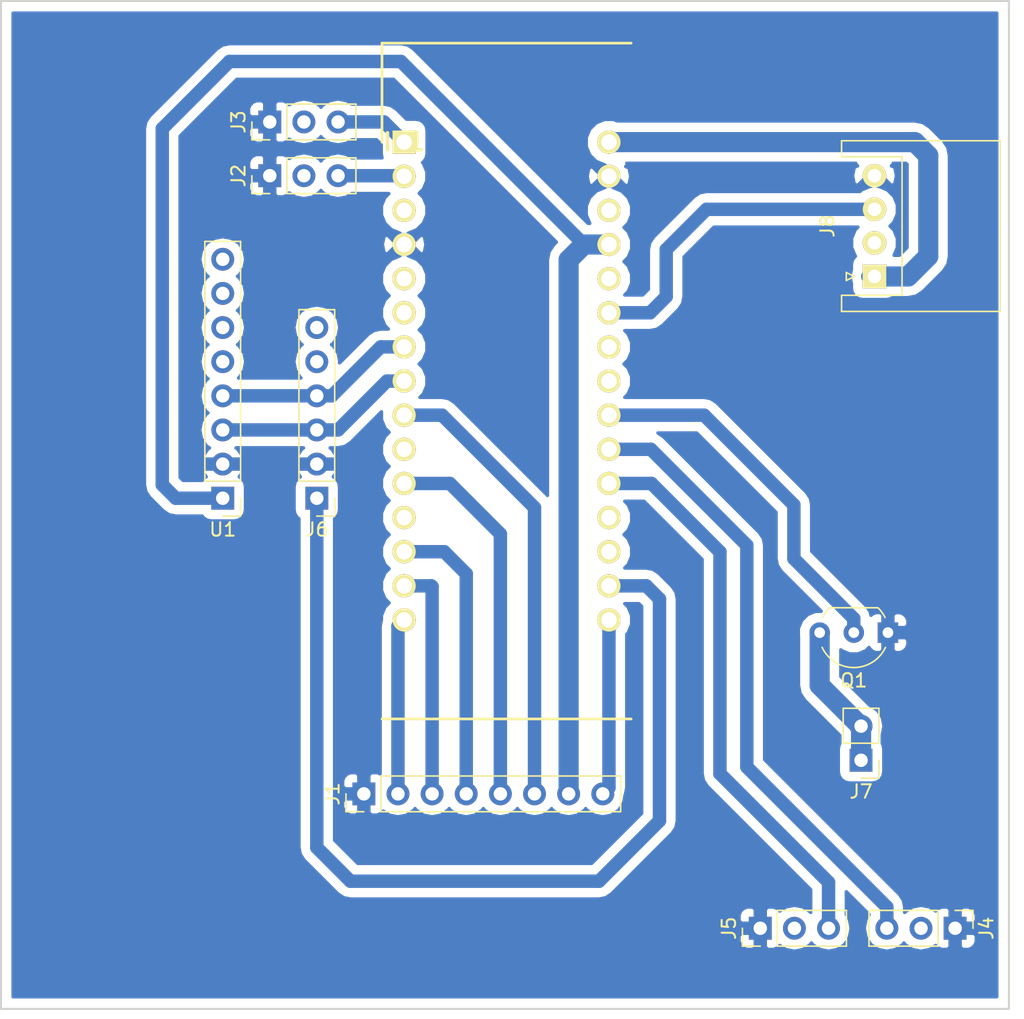
<source format=kicad_pcb>
(kicad_pcb (version 4) (host pcbnew 4.0.7-e2-6376~61~ubuntu18.04.1)

  (general
    (links 32)
    (no_connects 0)
    (area 90.924999 64.424999 167.375 140.342858)
    (thickness 1.6)
    (drawings 4)
    (tracks 74)
    (zones 0)
    (modules 11)
    (nets 42)
  )

  (page A4)
  (layers
    (0 F.Cu signal)
    (31 B.Cu signal)
    (32 B.Adhes user)
    (33 F.Adhes user)
    (34 B.Paste user)
    (35 F.Paste user)
    (36 B.SilkS user)
    (37 F.SilkS user)
    (38 B.Mask user)
    (39 F.Mask user)
    (40 Dwgs.User user)
    (41 Cmts.User user)
    (42 Eco1.User user)
    (43 Eco2.User user)
    (44 Edge.Cuts user)
    (45 Margin user)
    (46 B.CrtYd user)
    (47 F.CrtYd user)
    (48 B.Fab user)
    (49 F.Fab user)
  )

  (setup
    (last_trace_width 1.5)
    (user_trace_width 0.5)
    (user_trace_width 0.75)
    (user_trace_width 1)
    (user_trace_width 1.5)
    (trace_clearance 0.2)
    (zone_clearance 0.7)
    (zone_45_only no)
    (trace_min 0.2)
    (segment_width 0.2)
    (edge_width 0.15)
    (via_size 0.6)
    (via_drill 0.4)
    (via_min_size 0.4)
    (via_min_drill 0.3)
    (uvia_size 0.3)
    (uvia_drill 0.1)
    (uvias_allowed no)
    (uvia_min_size 0.2)
    (uvia_min_drill 0.1)
    (pcb_text_width 0.3)
    (pcb_text_size 1.5 1.5)
    (mod_edge_width 0.15)
    (mod_text_size 1 1)
    (mod_text_width 0.15)
    (pad_size 2.5 2.5)
    (pad_drill 2.5)
    (pad_to_mask_clearance 0.2)
    (aux_axis_origin 96.5 130.5)
    (visible_elements FFFFFF7F)
    (pcbplotparams
      (layerselection 0x01000_80000001)
      (usegerberextensions false)
      (excludeedgelayer true)
      (linewidth 0.100000)
      (plotframeref false)
      (viasonmask false)
      (mode 1)
      (useauxorigin false)
      (hpglpennumber 1)
      (hpglpenspeed 20)
      (hpglpendiameter 15)
      (hpglpenoverlay 2)
      (psnegative false)
      (psa4output false)
      (plotreference true)
      (plotvalue true)
      (plotinvisibletext false)
      (padsonsilk false)
      (subtractmaskfromsilk false)
      (outputformat 1)
      (mirror false)
      (drillshape 0)
      (scaleselection 1)
      (outputdirectory Gerber/))
  )

  (net 0 "")
  (net 1 GND)
  (net 2 +5V)
  (net 3 "Net-(U1-Pad5)")
  (net 4 "Net-(U1-Pad6)")
  (net 5 "Net-(U1-Pad7)")
  (net 6 "Net-(IC1-Pad1)")
  (net 7 "Net-(IC1-Pad2)")
  (net 8 "Net-(IC1-Pad3)")
  (net 9 "Net-(IC1-Pad5)")
  (net 10 "Net-(IC1-Pad6)")
  (net 11 "Net-(IC1-Pad7)")
  (net 12 "Net-(IC1-Pad8)")
  (net 13 "Net-(IC1-Pad9)")
  (net 14 "Net-(IC1-Pad10)")
  (net 15 "Net-(IC1-Pad11)")
  (net 16 "Net-(IC1-Pad12)")
  (net 17 "Net-(IC1-Pad13)")
  (net 18 "Net-(IC1-Pad14)")
  (net 19 "Net-(IC1-Pad15)")
  (net 20 "Net-(IC1-Pad16)")
  (net 21 +3V3)
  (net 22 "Net-(IC1-Pad18)")
  (net 23 "Net-(IC1-Pad19)")
  (net 24 "Net-(IC1-Pad20)")
  (net 25 "Net-(IC1-Pad21)")
  (net 26 "Net-(IC1-Pad22)")
  (net 27 "Net-(IC1-Pad23)")
  (net 28 "Net-(IC1-Pad24)")
  (net 29 "Net-(IC1-Pad25)")
  (net 30 "Net-(IC1-Pad26)")
  (net 31 "Net-(IC1-Pad28)")
  (net 32 VCC)
  (net 33 "Net-(J2-Pad2)")
  (net 34 "Net-(J3-Pad2)")
  (net 35 "Net-(J4-Pad2)")
  (net 36 "Net-(J5-Pad2)")
  (net 37 "Net-(J7-Pad1)")
  (net 38 "Net-(J8-Pad2)")
  (net 39 "Net-(U1-Pad8)")
  (net 40 "Net-(J6-Pad5)")
  (net 41 "Net-(J6-Pad6)")

  (net_class Default "This is the default net class."
    (clearance 0.2)
    (trace_width 0.25)
    (via_dia 0.6)
    (via_drill 0.4)
    (uvia_dia 0.3)
    (uvia_drill 0.1)
    (add_net +3V3)
    (add_net +5V)
    (add_net GND)
    (add_net "Net-(IC1-Pad1)")
    (add_net "Net-(IC1-Pad10)")
    (add_net "Net-(IC1-Pad11)")
    (add_net "Net-(IC1-Pad12)")
    (add_net "Net-(IC1-Pad13)")
    (add_net "Net-(IC1-Pad14)")
    (add_net "Net-(IC1-Pad15)")
    (add_net "Net-(IC1-Pad16)")
    (add_net "Net-(IC1-Pad18)")
    (add_net "Net-(IC1-Pad19)")
    (add_net "Net-(IC1-Pad2)")
    (add_net "Net-(IC1-Pad20)")
    (add_net "Net-(IC1-Pad21)")
    (add_net "Net-(IC1-Pad22)")
    (add_net "Net-(IC1-Pad23)")
    (add_net "Net-(IC1-Pad24)")
    (add_net "Net-(IC1-Pad25)")
    (add_net "Net-(IC1-Pad26)")
    (add_net "Net-(IC1-Pad28)")
    (add_net "Net-(IC1-Pad3)")
    (add_net "Net-(IC1-Pad5)")
    (add_net "Net-(IC1-Pad6)")
    (add_net "Net-(IC1-Pad7)")
    (add_net "Net-(IC1-Pad8)")
    (add_net "Net-(IC1-Pad9)")
    (add_net "Net-(J2-Pad2)")
    (add_net "Net-(J3-Pad2)")
    (add_net "Net-(J4-Pad2)")
    (add_net "Net-(J5-Pad2)")
    (add_net "Net-(J6-Pad5)")
    (add_net "Net-(J6-Pad6)")
    (add_net "Net-(J7-Pad1)")
    (add_net "Net-(J8-Pad2)")
    (add_net "Net-(U1-Pad5)")
    (add_net "Net-(U1-Pad6)")
    (add_net "Net-(U1-Pad7)")
    (add_net "Net-(U1-Pad8)")
    (add_net VCC)
  )

  (module NUCLEO-F303K8:DIPS1524W66P254L5029H1500Q30N (layer F.Cu) (tedit 5BAC6892) (tstamp 5BAC9070)
    (at 121 75)
    (descr arduino-nano)
    (tags "Integrated Circuit")
    (path /5BAC6915)
    (fp_text reference IC1 (at 0 0) (layer F.SilkS)
      (effects (font (size 1.27 1.27) (thickness 0.254)))
    )
    (fp_text value NUCLEO-F303K8 (at 0 0) (layer F.SilkS) hide
      (effects (font (size 1.27 1.27) (thickness 0.254)))
    )
    (fp_line (start -1.9 -7.615) (end 17.14 -7.615) (layer Dwgs.User) (width 0.05))
    (fp_line (start 17.14 -7.615) (end 17.14 43.175) (layer Dwgs.User) (width 0.05))
    (fp_line (start 17.14 43.175) (end -1.9 43.175) (layer Dwgs.User) (width 0.05))
    (fp_line (start -1.9 43.175) (end -1.9 -7.615) (layer Dwgs.User) (width 0.05))
    (fp_line (start -1.65 -7.365) (end 16.89 -7.365) (layer Dwgs.User) (width 0.1))
    (fp_line (start 16.89 -7.365) (end 16.89 42.925) (layer Dwgs.User) (width 0.1))
    (fp_line (start 16.89 42.925) (end -1.65 42.925) (layer Dwgs.User) (width 0.1))
    (fp_line (start -1.65 42.925) (end -1.65 -7.365) (layer Dwgs.User) (width 0.1))
    (fp_line (start -1.65 -6.095) (end -0.38 -7.365) (layer Dwgs.User) (width 0.1))
    (fp_line (start -1.65 42.925) (end 16.89 42.925) (layer F.SilkS) (width 0.2))
    (fp_line (start 16.89 -7.365) (end -1.65 -7.365) (layer F.SilkS) (width 0.2))
    (fp_line (start -1.65 -7.365) (end -1.65 0) (layer F.SilkS) (width 0.2))
    (pad 1 thru_hole rect (at 0 0 90) (size 1.725 1.725) (drill 1.15) (layers *.Cu *.Mask F.SilkS)
      (net 6 "Net-(IC1-Pad1)"))
    (pad 2 thru_hole circle (at 0 2.54 90) (size 1.725 1.725) (drill 1.15) (layers *.Cu *.Mask F.SilkS)
      (net 7 "Net-(IC1-Pad2)"))
    (pad 3 thru_hole circle (at 0 5.08 90) (size 1.725 1.725) (drill 1.15) (layers *.Cu *.Mask F.SilkS)
      (net 8 "Net-(IC1-Pad3)"))
    (pad 4 thru_hole circle (at 0 7.62 90) (size 1.725 1.725) (drill 1.15) (layers *.Cu *.Mask F.SilkS)
      (net 1 GND))
    (pad 5 thru_hole circle (at 0 10.16 90) (size 1.725 1.725) (drill 1.15) (layers *.Cu *.Mask F.SilkS)
      (net 9 "Net-(IC1-Pad5)"))
    (pad 6 thru_hole circle (at 0 12.7 90) (size 1.725 1.725) (drill 1.15) (layers *.Cu *.Mask F.SilkS)
      (net 10 "Net-(IC1-Pad6)"))
    (pad 7 thru_hole circle (at 0 15.24 90) (size 1.725 1.725) (drill 1.15) (layers *.Cu *.Mask F.SilkS)
      (net 11 "Net-(IC1-Pad7)"))
    (pad 8 thru_hole circle (at 0 17.78 90) (size 1.725 1.725) (drill 1.15) (layers *.Cu *.Mask F.SilkS)
      (net 12 "Net-(IC1-Pad8)"))
    (pad 9 thru_hole circle (at 0 20.32 90) (size 1.725 1.725) (drill 1.15) (layers *.Cu *.Mask F.SilkS)
      (net 13 "Net-(IC1-Pad9)"))
    (pad 10 thru_hole circle (at 0 22.86 90) (size 1.725 1.725) (drill 1.15) (layers *.Cu *.Mask F.SilkS)
      (net 14 "Net-(IC1-Pad10)"))
    (pad 11 thru_hole circle (at 0 25.4 90) (size 1.725 1.725) (drill 1.15) (layers *.Cu *.Mask F.SilkS)
      (net 15 "Net-(IC1-Pad11)"))
    (pad 12 thru_hole circle (at 0 27.94 90) (size 1.725 1.725) (drill 1.15) (layers *.Cu *.Mask F.SilkS)
      (net 16 "Net-(IC1-Pad12)"))
    (pad 13 thru_hole circle (at 0 30.48 90) (size 1.725 1.725) (drill 1.15) (layers *.Cu *.Mask F.SilkS)
      (net 17 "Net-(IC1-Pad13)"))
    (pad 14 thru_hole circle (at 0 33.02 90) (size 1.725 1.725) (drill 1.15) (layers *.Cu *.Mask F.SilkS)
      (net 18 "Net-(IC1-Pad14)"))
    (pad 15 thru_hole circle (at 0 35.56 90) (size 1.725 1.725) (drill 1.15) (layers *.Cu *.Mask F.SilkS)
      (net 19 "Net-(IC1-Pad15)"))
    (pad 16 thru_hole circle (at 15.24 35.56 90) (size 1.725 1.725) (drill 1.15) (layers *.Cu *.Mask F.SilkS)
      (net 20 "Net-(IC1-Pad16)"))
    (pad 17 thru_hole circle (at 15.24 33.02 90) (size 1.725 1.725) (drill 1.15) (layers *.Cu *.Mask F.SilkS)
      (net 21 +3V3))
    (pad 18 thru_hole circle (at 15.24 30.48 90) (size 1.725 1.725) (drill 1.15) (layers *.Cu *.Mask F.SilkS)
      (net 22 "Net-(IC1-Pad18)"))
    (pad 19 thru_hole circle (at 15.24 27.94 90) (size 1.725 1.725) (drill 1.15) (layers *.Cu *.Mask F.SilkS)
      (net 23 "Net-(IC1-Pad19)"))
    (pad 20 thru_hole circle (at 15.24 25.4 90) (size 1.725 1.725) (drill 1.15) (layers *.Cu *.Mask F.SilkS)
      (net 24 "Net-(IC1-Pad20)"))
    (pad 21 thru_hole circle (at 15.24 22.86 90) (size 1.725 1.725) (drill 1.15) (layers *.Cu *.Mask F.SilkS)
      (net 25 "Net-(IC1-Pad21)"))
    (pad 22 thru_hole circle (at 15.24 20.32 90) (size 1.725 1.725) (drill 1.15) (layers *.Cu *.Mask F.SilkS)
      (net 26 "Net-(IC1-Pad22)"))
    (pad 23 thru_hole circle (at 15.24 17.78 90) (size 1.725 1.725) (drill 1.15) (layers *.Cu *.Mask F.SilkS)
      (net 27 "Net-(IC1-Pad23)"))
    (pad 24 thru_hole circle (at 15.24 15.24 90) (size 1.725 1.725) (drill 1.15) (layers *.Cu *.Mask F.SilkS)
      (net 28 "Net-(IC1-Pad24)"))
    (pad 25 thru_hole circle (at 15.24 12.7 90) (size 1.725 1.725) (drill 1.15) (layers *.Cu *.Mask F.SilkS)
      (net 29 "Net-(IC1-Pad25)"))
    (pad 26 thru_hole circle (at 15.24 10.16 90) (size 1.725 1.725) (drill 1.15) (layers *.Cu *.Mask F.SilkS)
      (net 30 "Net-(IC1-Pad26)"))
    (pad 27 thru_hole circle (at 15.24 7.62 90) (size 1.725 1.725) (drill 1.15) (layers *.Cu *.Mask F.SilkS)
      (net 2 +5V))
    (pad 28 thru_hole circle (at 15.24 5.08 90) (size 1.725 1.725) (drill 1.15) (layers *.Cu *.Mask F.SilkS)
      (net 31 "Net-(IC1-Pad28)"))
    (pad 29 thru_hole circle (at 15.24 2.54 90) (size 1.725 1.725) (drill 1.15) (layers *.Cu *.Mask F.SilkS)
      (net 1 GND))
    (pad 30 thru_hole circle (at 15.24 0 90) (size 1.725 1.725) (drill 1.15) (layers *.Cu *.Mask F.SilkS)
      (net 32 VCC))
  )

  (module TO_SOT_Packages_THT:TO-92_Inline_Wide (layer F.Cu) (tedit 58CE52AF) (tstamp 5BC448D5)
    (at 157 111.5 180)
    (descr "TO-92 leads in-line, wide, drill 0.8mm (see NXP sot054_po.pdf)")
    (tags "to-92 sc-43 sc-43a sot54 PA33 transistor")
    (path /5BC44F62)
    (fp_text reference Q1 (at 2.54 -3.56 360) (layer F.SilkS)
      (effects (font (size 1 1) (thickness 0.15)))
    )
    (fp_text value 2N7000 (at 2.54 2.79 180) (layer F.Fab)
      (effects (font (size 1 1) (thickness 0.15)))
    )
    (fp_text user %R (at 2.54 -3.56 360) (layer F.Fab)
      (effects (font (size 1 1) (thickness 0.15)))
    )
    (fp_line (start 0.74 1.85) (end 4.34 1.85) (layer F.SilkS) (width 0.12))
    (fp_line (start 0.8 1.75) (end 4.3 1.75) (layer F.Fab) (width 0.1))
    (fp_line (start -1.01 -2.73) (end 6.09 -2.73) (layer F.CrtYd) (width 0.05))
    (fp_line (start -1.01 -2.73) (end -1.01 2.01) (layer F.CrtYd) (width 0.05))
    (fp_line (start 6.09 2.01) (end 6.09 -2.73) (layer F.CrtYd) (width 0.05))
    (fp_line (start 6.09 2.01) (end -1.01 2.01) (layer F.CrtYd) (width 0.05))
    (fp_arc (start 2.54 0) (end 0.74 1.85) (angle 20) (layer F.SilkS) (width 0.12))
    (fp_arc (start 2.54 0) (end 2.54 -2.6) (angle -65) (layer F.SilkS) (width 0.12))
    (fp_arc (start 2.54 0) (end 2.54 -2.6) (angle 65) (layer F.SilkS) (width 0.12))
    (fp_arc (start 2.54 0) (end 2.54 -2.48) (angle 135) (layer F.Fab) (width 0.1))
    (fp_arc (start 2.54 0) (end 2.54 -2.48) (angle -135) (layer F.Fab) (width 0.1))
    (fp_arc (start 2.54 0) (end 4.34 1.85) (angle -20) (layer F.SilkS) (width 0.12))
    (pad 2 thru_hole circle (at 2.54 0 270) (size 1.52 1.52) (drill 0.8) (layers *.Cu *.Mask)
      (net 26 "Net-(IC1-Pad22)"))
    (pad 3 thru_hole circle (at 5.08 0 270) (size 1.52 1.52) (drill 0.8) (layers *.Cu *.Mask)
      (net 37 "Net-(J7-Pad1)"))
    (pad 1 thru_hole rect (at 0 0 270) (size 1.52 1.52) (drill 0.8) (layers *.Cu *.Mask)
      (net 1 GND))
    (model ${KISYS3DMOD}/TO_SOT_Packages_THT.3dshapes/TO-92_Inline_Wide.wrl
      (at (xyz 0.1 0 0))
      (scale (xyz 1 1 1))
      (rotate (xyz 0 0 -90))
    )
  )

  (module Pin_Headers:Pin_Header_Straight_1x03_Pitch2.54mm (layer F.Cu) (tedit 59650532) (tstamp 5BA742BE)
    (at 111 73.5 90)
    (descr "Through hole straight pin header, 1x03, 2.54mm pitch, single row")
    (tags "Through hole pin header THT 1x03 2.54mm single row")
    (path /5BA61B07)
    (fp_text reference J3 (at 0 -2.33 90) (layer F.SilkS)
      (effects (font (size 1 1) (thickness 0.15)))
    )
    (fp_text value Conn_01x03_Male (at 0 7.41 90) (layer F.Fab)
      (effects (font (size 1 1) (thickness 0.15)))
    )
    (fp_line (start -0.635 -1.27) (end 1.27 -1.27) (layer F.Fab) (width 0.1))
    (fp_line (start 1.27 -1.27) (end 1.27 6.35) (layer F.Fab) (width 0.1))
    (fp_line (start 1.27 6.35) (end -1.27 6.35) (layer F.Fab) (width 0.1))
    (fp_line (start -1.27 6.35) (end -1.27 -0.635) (layer F.Fab) (width 0.1))
    (fp_line (start -1.27 -0.635) (end -0.635 -1.27) (layer F.Fab) (width 0.1))
    (fp_line (start -1.33 6.41) (end 1.33 6.41) (layer F.SilkS) (width 0.12))
    (fp_line (start -1.33 1.27) (end -1.33 6.41) (layer F.SilkS) (width 0.12))
    (fp_line (start 1.33 1.27) (end 1.33 6.41) (layer F.SilkS) (width 0.12))
    (fp_line (start -1.33 1.27) (end 1.33 1.27) (layer F.SilkS) (width 0.12))
    (fp_line (start -1.33 0) (end -1.33 -1.33) (layer F.SilkS) (width 0.12))
    (fp_line (start -1.33 -1.33) (end 0 -1.33) (layer F.SilkS) (width 0.12))
    (fp_line (start -1.8 -1.8) (end -1.8 6.85) (layer F.CrtYd) (width 0.05))
    (fp_line (start -1.8 6.85) (end 1.8 6.85) (layer F.CrtYd) (width 0.05))
    (fp_line (start 1.8 6.85) (end 1.8 -1.8) (layer F.CrtYd) (width 0.05))
    (fp_line (start 1.8 -1.8) (end -1.8 -1.8) (layer F.CrtYd) (width 0.05))
    (fp_text user %R (at 0 2.54 180) (layer F.Fab)
      (effects (font (size 1 1) (thickness 0.15)))
    )
    (pad 1 thru_hole rect (at 0 0 90) (size 1.7 1.7) (drill 1) (layers *.Cu *.Mask)
      (net 1 GND))
    (pad 2 thru_hole oval (at 0 2.54 90) (size 1.7 1.7) (drill 1) (layers *.Cu *.Mask)
      (net 34 "Net-(J3-Pad2)"))
    (pad 3 thru_hole oval (at 0 5.08 90) (size 1.7 1.7) (drill 1) (layers *.Cu *.Mask)
      (net 6 "Net-(IC1-Pad1)"))
    (model ${KISYS3DMOD}/Pin_Headers.3dshapes/Pin_Header_Straight_1x03_Pitch2.54mm.wrl
      (at (xyz 0 0 0))
      (scale (xyz 1 1 1))
      (rotate (xyz 0 0 0))
    )
  )

  (module Pin_Headers:Pin_Header_Straight_1x03_Pitch2.54mm (layer F.Cu) (tedit 59650532) (tstamp 5BA742B7)
    (at 111 77.5 90)
    (descr "Through hole straight pin header, 1x03, 2.54mm pitch, single row")
    (tags "Through hole pin header THT 1x03 2.54mm single row")
    (path /5BA612B6)
    (fp_text reference J2 (at 0 -2.33 90) (layer F.SilkS)
      (effects (font (size 1 1) (thickness 0.15)))
    )
    (fp_text value Conn_01x03_Male (at 0 7.41 90) (layer F.Fab)
      (effects (font (size 1 1) (thickness 0.15)))
    )
    (fp_line (start -0.635 -1.27) (end 1.27 -1.27) (layer F.Fab) (width 0.1))
    (fp_line (start 1.27 -1.27) (end 1.27 6.35) (layer F.Fab) (width 0.1))
    (fp_line (start 1.27 6.35) (end -1.27 6.35) (layer F.Fab) (width 0.1))
    (fp_line (start -1.27 6.35) (end -1.27 -0.635) (layer F.Fab) (width 0.1))
    (fp_line (start -1.27 -0.635) (end -0.635 -1.27) (layer F.Fab) (width 0.1))
    (fp_line (start -1.33 6.41) (end 1.33 6.41) (layer F.SilkS) (width 0.12))
    (fp_line (start -1.33 1.27) (end -1.33 6.41) (layer F.SilkS) (width 0.12))
    (fp_line (start 1.33 1.27) (end 1.33 6.41) (layer F.SilkS) (width 0.12))
    (fp_line (start -1.33 1.27) (end 1.33 1.27) (layer F.SilkS) (width 0.12))
    (fp_line (start -1.33 0) (end -1.33 -1.33) (layer F.SilkS) (width 0.12))
    (fp_line (start -1.33 -1.33) (end 0 -1.33) (layer F.SilkS) (width 0.12))
    (fp_line (start -1.8 -1.8) (end -1.8 6.85) (layer F.CrtYd) (width 0.05))
    (fp_line (start -1.8 6.85) (end 1.8 6.85) (layer F.CrtYd) (width 0.05))
    (fp_line (start 1.8 6.85) (end 1.8 -1.8) (layer F.CrtYd) (width 0.05))
    (fp_line (start 1.8 -1.8) (end -1.8 -1.8) (layer F.CrtYd) (width 0.05))
    (fp_text user %R (at 0 2.54 180) (layer F.Fab)
      (effects (font (size 1 1) (thickness 0.15)))
    )
    (pad 1 thru_hole rect (at 0 0 90) (size 1.7 1.7) (drill 1) (layers *.Cu *.Mask)
      (net 1 GND))
    (pad 2 thru_hole oval (at 0 2.54 90) (size 1.7 1.7) (drill 1) (layers *.Cu *.Mask)
      (net 33 "Net-(J2-Pad2)"))
    (pad 3 thru_hole oval (at 0 5.08 90) (size 1.7 1.7) (drill 1) (layers *.Cu *.Mask)
      (net 7 "Net-(IC1-Pad2)"))
    (model ${KISYS3DMOD}/Pin_Headers.3dshapes/Pin_Header_Straight_1x03_Pitch2.54mm.wrl
      (at (xyz 0 0 0))
      (scale (xyz 1 1 1))
      (rotate (xyz 0 0 0))
    )
  )

  (module Pin_Headers:Pin_Header_Straight_1x03_Pitch2.54mm (layer F.Cu) (tedit 59650532) (tstamp 5BA742C5)
    (at 162 133.5 270)
    (descr "Through hole straight pin header, 1x03, 2.54mm pitch, single row")
    (tags "Through hole pin header THT 1x03 2.54mm single row")
    (path /5BA61B4E)
    (fp_text reference J4 (at 0 -2.33 270) (layer F.SilkS)
      (effects (font (size 1 1) (thickness 0.15)))
    )
    (fp_text value Conn_01x03_Male (at 0 7.41 270) (layer F.Fab)
      (effects (font (size 1 1) (thickness 0.15)))
    )
    (fp_line (start -0.635 -1.27) (end 1.27 -1.27) (layer F.Fab) (width 0.1))
    (fp_line (start 1.27 -1.27) (end 1.27 6.35) (layer F.Fab) (width 0.1))
    (fp_line (start 1.27 6.35) (end -1.27 6.35) (layer F.Fab) (width 0.1))
    (fp_line (start -1.27 6.35) (end -1.27 -0.635) (layer F.Fab) (width 0.1))
    (fp_line (start -1.27 -0.635) (end -0.635 -1.27) (layer F.Fab) (width 0.1))
    (fp_line (start -1.33 6.41) (end 1.33 6.41) (layer F.SilkS) (width 0.12))
    (fp_line (start -1.33 1.27) (end -1.33 6.41) (layer F.SilkS) (width 0.12))
    (fp_line (start 1.33 1.27) (end 1.33 6.41) (layer F.SilkS) (width 0.12))
    (fp_line (start -1.33 1.27) (end 1.33 1.27) (layer F.SilkS) (width 0.12))
    (fp_line (start -1.33 0) (end -1.33 -1.33) (layer F.SilkS) (width 0.12))
    (fp_line (start -1.33 -1.33) (end 0 -1.33) (layer F.SilkS) (width 0.12))
    (fp_line (start -1.8 -1.8) (end -1.8 6.85) (layer F.CrtYd) (width 0.05))
    (fp_line (start -1.8 6.85) (end 1.8 6.85) (layer F.CrtYd) (width 0.05))
    (fp_line (start 1.8 6.85) (end 1.8 -1.8) (layer F.CrtYd) (width 0.05))
    (fp_line (start 1.8 -1.8) (end -1.8 -1.8) (layer F.CrtYd) (width 0.05))
    (fp_text user %R (at 0 2.54 360) (layer F.Fab)
      (effects (font (size 1 1) (thickness 0.15)))
    )
    (pad 1 thru_hole rect (at 0 0 270) (size 1.7 1.7) (drill 1) (layers *.Cu *.Mask)
      (net 1 GND))
    (pad 2 thru_hole oval (at 0 2.54 270) (size 1.7 1.7) (drill 1) (layers *.Cu *.Mask)
      (net 35 "Net-(J4-Pad2)"))
    (pad 3 thru_hole oval (at 0 5.08 270) (size 1.7 1.7) (drill 1) (layers *.Cu *.Mask)
      (net 25 "Net-(IC1-Pad21)"))
    (model ${KISYS3DMOD}/Pin_Headers.3dshapes/Pin_Header_Straight_1x03_Pitch2.54mm.wrl
      (at (xyz 0 0 0))
      (scale (xyz 1 1 1))
      (rotate (xyz 0 0 0))
    )
  )

  (module Pin_Headers:Pin_Header_Straight_1x03_Pitch2.54mm (layer F.Cu) (tedit 59650532) (tstamp 5BA742CC)
    (at 147.5 133.5 90)
    (descr "Through hole straight pin header, 1x03, 2.54mm pitch, single row")
    (tags "Through hole pin header THT 1x03 2.54mm single row")
    (path /5BA61BB1)
    (fp_text reference J5 (at 0 -2.33 90) (layer F.SilkS)
      (effects (font (size 1 1) (thickness 0.15)))
    )
    (fp_text value Conn_01x03_Male (at 0 7.41 90) (layer F.Fab)
      (effects (font (size 1 1) (thickness 0.15)))
    )
    (fp_line (start -0.635 -1.27) (end 1.27 -1.27) (layer F.Fab) (width 0.1))
    (fp_line (start 1.27 -1.27) (end 1.27 6.35) (layer F.Fab) (width 0.1))
    (fp_line (start 1.27 6.35) (end -1.27 6.35) (layer F.Fab) (width 0.1))
    (fp_line (start -1.27 6.35) (end -1.27 -0.635) (layer F.Fab) (width 0.1))
    (fp_line (start -1.27 -0.635) (end -0.635 -1.27) (layer F.Fab) (width 0.1))
    (fp_line (start -1.33 6.41) (end 1.33 6.41) (layer F.SilkS) (width 0.12))
    (fp_line (start -1.33 1.27) (end -1.33 6.41) (layer F.SilkS) (width 0.12))
    (fp_line (start 1.33 1.27) (end 1.33 6.41) (layer F.SilkS) (width 0.12))
    (fp_line (start -1.33 1.27) (end 1.33 1.27) (layer F.SilkS) (width 0.12))
    (fp_line (start -1.33 0) (end -1.33 -1.33) (layer F.SilkS) (width 0.12))
    (fp_line (start -1.33 -1.33) (end 0 -1.33) (layer F.SilkS) (width 0.12))
    (fp_line (start -1.8 -1.8) (end -1.8 6.85) (layer F.CrtYd) (width 0.05))
    (fp_line (start -1.8 6.85) (end 1.8 6.85) (layer F.CrtYd) (width 0.05))
    (fp_line (start 1.8 6.85) (end 1.8 -1.8) (layer F.CrtYd) (width 0.05))
    (fp_line (start 1.8 -1.8) (end -1.8 -1.8) (layer F.CrtYd) (width 0.05))
    (fp_text user %R (at 0 2.54 180) (layer F.Fab)
      (effects (font (size 1 1) (thickness 0.15)))
    )
    (pad 1 thru_hole rect (at 0 0 90) (size 1.7 1.7) (drill 1) (layers *.Cu *.Mask)
      (net 1 GND))
    (pad 2 thru_hole oval (at 0 2.54 90) (size 1.7 1.7) (drill 1) (layers *.Cu *.Mask)
      (net 36 "Net-(J5-Pad2)"))
    (pad 3 thru_hole oval (at 0 5.08 90) (size 1.7 1.7) (drill 1) (layers *.Cu *.Mask)
      (net 24 "Net-(IC1-Pad20)"))
    (model ${KISYS3DMOD}/Pin_Headers.3dshapes/Pin_Header_Straight_1x03_Pitch2.54mm.wrl
      (at (xyz 0 0 0))
      (scale (xyz 1 1 1))
      (rotate (xyz 0 0 0))
    )
  )

  (module Pin_Headers:Pin_Header_Straight_1x08_Pitch2.54mm (layer F.Cu) (tedit 59650532) (tstamp 5BA74363)
    (at 107.5 101.5 180)
    (descr "Through hole straight pin header, 1x08, 2.54mm pitch, single row")
    (tags "Through hole pin header THT 1x08 2.54mm single row")
    (path /5BA742C1)
    (fp_text reference U1 (at 0 -2.33 180) (layer F.SilkS)
      (effects (font (size 1 1) (thickness 0.15)))
    )
    (fp_text value GY-521 (at 0 20.11 180) (layer F.Fab)
      (effects (font (size 1 1) (thickness 0.15)))
    )
    (fp_line (start -0.635 -1.27) (end 1.27 -1.27) (layer F.Fab) (width 0.1))
    (fp_line (start 1.27 -1.27) (end 1.27 19.05) (layer F.Fab) (width 0.1))
    (fp_line (start 1.27 19.05) (end -1.27 19.05) (layer F.Fab) (width 0.1))
    (fp_line (start -1.27 19.05) (end -1.27 -0.635) (layer F.Fab) (width 0.1))
    (fp_line (start -1.27 -0.635) (end -0.635 -1.27) (layer F.Fab) (width 0.1))
    (fp_line (start -1.33 19.11) (end 1.33 19.11) (layer F.SilkS) (width 0.12))
    (fp_line (start -1.33 1.27) (end -1.33 19.11) (layer F.SilkS) (width 0.12))
    (fp_line (start 1.33 1.27) (end 1.33 19.11) (layer F.SilkS) (width 0.12))
    (fp_line (start -1.33 1.27) (end 1.33 1.27) (layer F.SilkS) (width 0.12))
    (fp_line (start -1.33 0) (end -1.33 -1.33) (layer F.SilkS) (width 0.12))
    (fp_line (start -1.33 -1.33) (end 0 -1.33) (layer F.SilkS) (width 0.12))
    (fp_line (start -1.8 -1.8) (end -1.8 19.55) (layer F.CrtYd) (width 0.05))
    (fp_line (start -1.8 19.55) (end 1.8 19.55) (layer F.CrtYd) (width 0.05))
    (fp_line (start 1.8 19.55) (end 1.8 -1.8) (layer F.CrtYd) (width 0.05))
    (fp_line (start 1.8 -1.8) (end -1.8 -1.8) (layer F.CrtYd) (width 0.05))
    (fp_text user %R (at 0 8.89 270) (layer F.Fab)
      (effects (font (size 1 1) (thickness 0.15)))
    )
    (pad 1 thru_hole rect (at 0 0 180) (size 1.7 1.7) (drill 1) (layers *.Cu *.Mask)
      (net 2 +5V))
    (pad 2 thru_hole oval (at 0 2.54 180) (size 1.7 1.7) (drill 1) (layers *.Cu *.Mask)
      (net 1 GND))
    (pad 3 thru_hole oval (at 0 5.08 180) (size 1.7 1.7) (drill 1) (layers *.Cu *.Mask)
      (net 12 "Net-(IC1-Pad8)"))
    (pad 4 thru_hole oval (at 0 7.62 180) (size 1.7 1.7) (drill 1) (layers *.Cu *.Mask)
      (net 11 "Net-(IC1-Pad7)"))
    (pad 5 thru_hole oval (at 0 10.16 180) (size 1.7 1.7) (drill 1) (layers *.Cu *.Mask)
      (net 3 "Net-(U1-Pad5)"))
    (pad 6 thru_hole oval (at 0 12.7 180) (size 1.7 1.7) (drill 1) (layers *.Cu *.Mask)
      (net 4 "Net-(U1-Pad6)"))
    (pad 7 thru_hole oval (at 0 15.24 180) (size 1.7 1.7) (drill 1) (layers *.Cu *.Mask)
      (net 5 "Net-(U1-Pad7)"))
    (pad 8 thru_hole oval (at 0 17.78 180) (size 1.7 1.7) (drill 1) (layers *.Cu *.Mask)
      (net 39 "Net-(U1-Pad8)"))
    (model ${KISYS3DMOD}/Pin_Headers.3dshapes/Pin_Header_Straight_1x08_Pitch2.54mm.wrl
      (at (xyz 0 0 0))
      (scale (xyz 1 1 1))
      (rotate (xyz 0 0 0))
    )
  )

  (module Socket_Strips:Socket_Strip_Straight_1x06_Pitch2.54mm (layer F.Cu) (tedit 58CD5446) (tstamp 5BC3A675)
    (at 114.5 101.5 180)
    (descr "Through hole straight socket strip, 1x06, 2.54mm pitch, single row")
    (tags "Through hole socket strip THT 1x06 2.54mm single row")
    (path /5BC3E587)
    (fp_text reference J6 (at 0 -2.33 180) (layer F.SilkS)
      (effects (font (size 1 1) (thickness 0.15)))
    )
    (fp_text value Conn_01x06 (at 0 15.03 180) (layer F.Fab)
      (effects (font (size 1 1) (thickness 0.15)))
    )
    (fp_line (start -1.27 -1.27) (end -1.27 13.97) (layer F.Fab) (width 0.1))
    (fp_line (start -1.27 13.97) (end 1.27 13.97) (layer F.Fab) (width 0.1))
    (fp_line (start 1.27 13.97) (end 1.27 -1.27) (layer F.Fab) (width 0.1))
    (fp_line (start 1.27 -1.27) (end -1.27 -1.27) (layer F.Fab) (width 0.1))
    (fp_line (start -1.33 1.27) (end -1.33 14.03) (layer F.SilkS) (width 0.12))
    (fp_line (start -1.33 14.03) (end 1.33 14.03) (layer F.SilkS) (width 0.12))
    (fp_line (start 1.33 14.03) (end 1.33 1.27) (layer F.SilkS) (width 0.12))
    (fp_line (start 1.33 1.27) (end -1.33 1.27) (layer F.SilkS) (width 0.12))
    (fp_line (start -1.33 0) (end -1.33 -1.33) (layer F.SilkS) (width 0.12))
    (fp_line (start -1.33 -1.33) (end 0 -1.33) (layer F.SilkS) (width 0.12))
    (fp_line (start -1.8 -1.8) (end -1.8 14.5) (layer F.CrtYd) (width 0.05))
    (fp_line (start -1.8 14.5) (end 1.8 14.5) (layer F.CrtYd) (width 0.05))
    (fp_line (start 1.8 14.5) (end 1.8 -1.8) (layer F.CrtYd) (width 0.05))
    (fp_line (start 1.8 -1.8) (end -1.8 -1.8) (layer F.CrtYd) (width 0.05))
    (fp_text user %R (at 0 -2.33 180) (layer F.Fab)
      (effects (font (size 1 1) (thickness 0.15)))
    )
    (pad 1 thru_hole rect (at 0 0 180) (size 1.7 1.7) (drill 1) (layers *.Cu *.Mask)
      (net 21 +3V3))
    (pad 2 thru_hole oval (at 0 2.54 180) (size 1.7 1.7) (drill 1) (layers *.Cu *.Mask)
      (net 1 GND))
    (pad 3 thru_hole oval (at 0 5.08 180) (size 1.7 1.7) (drill 1) (layers *.Cu *.Mask)
      (net 12 "Net-(IC1-Pad8)"))
    (pad 4 thru_hole oval (at 0 7.62 180) (size 1.7 1.7) (drill 1) (layers *.Cu *.Mask)
      (net 11 "Net-(IC1-Pad7)"))
    (pad 5 thru_hole oval (at 0 10.16 180) (size 1.7 1.7) (drill 1) (layers *.Cu *.Mask)
      (net 40 "Net-(J6-Pad5)"))
    (pad 6 thru_hole oval (at 0 12.7 180) (size 1.7 1.7) (drill 1) (layers *.Cu *.Mask)
      (net 41 "Net-(J6-Pad6)"))
    (model ${KISYS3DMOD}/Socket_Strips.3dshapes/Socket_Strip_Straight_1x06_Pitch2.54mm.wrl
      (at (xyz 0 -0.25 0))
      (scale (xyz 1 1 1))
      (rotate (xyz 0 0 270))
    )
  )

  (module Pin_Headers:Pin_Header_Straight_1x02_Pitch2.54mm (layer F.Cu) (tedit 59650532) (tstamp 5BC3A68B)
    (at 155 121 180)
    (descr "Through hole straight pin header, 1x02, 2.54mm pitch, single row")
    (tags "Through hole pin header THT 1x02 2.54mm single row")
    (path /5BC3B1ED)
    (fp_text reference J7 (at 0 -2.33 180) (layer F.SilkS)
      (effects (font (size 1 1) (thickness 0.15)))
    )
    (fp_text value Conn_01x02 (at 0 4.87 180) (layer F.Fab)
      (effects (font (size 1 1) (thickness 0.15)))
    )
    (fp_line (start -0.635 -1.27) (end 1.27 -1.27) (layer F.Fab) (width 0.1))
    (fp_line (start 1.27 -1.27) (end 1.27 3.81) (layer F.Fab) (width 0.1))
    (fp_line (start 1.27 3.81) (end -1.27 3.81) (layer F.Fab) (width 0.1))
    (fp_line (start -1.27 3.81) (end -1.27 -0.635) (layer F.Fab) (width 0.1))
    (fp_line (start -1.27 -0.635) (end -0.635 -1.27) (layer F.Fab) (width 0.1))
    (fp_line (start -1.33 3.87) (end 1.33 3.87) (layer F.SilkS) (width 0.12))
    (fp_line (start -1.33 1.27) (end -1.33 3.87) (layer F.SilkS) (width 0.12))
    (fp_line (start 1.33 1.27) (end 1.33 3.87) (layer F.SilkS) (width 0.12))
    (fp_line (start -1.33 1.27) (end 1.33 1.27) (layer F.SilkS) (width 0.12))
    (fp_line (start -1.33 0) (end -1.33 -1.33) (layer F.SilkS) (width 0.12))
    (fp_line (start -1.33 -1.33) (end 0 -1.33) (layer F.SilkS) (width 0.12))
    (fp_line (start -1.8 -1.8) (end -1.8 4.35) (layer F.CrtYd) (width 0.05))
    (fp_line (start -1.8 4.35) (end 1.8 4.35) (layer F.CrtYd) (width 0.05))
    (fp_line (start 1.8 4.35) (end 1.8 -1.8) (layer F.CrtYd) (width 0.05))
    (fp_line (start 1.8 -1.8) (end -1.8 -1.8) (layer F.CrtYd) (width 0.05))
    (fp_text user %R (at 0 1.27 270) (layer F.Fab)
      (effects (font (size 1 1) (thickness 0.15)))
    )
    (pad 1 thru_hole rect (at 0 0 180) (size 1.7 1.7) (drill 1) (layers *.Cu *.Mask)
      (net 37 "Net-(J7-Pad1)"))
    (pad 2 thru_hole oval (at 0 2.54 180) (size 1.7 1.7) (drill 1) (layers *.Cu *.Mask)
      (net 37 "Net-(J7-Pad1)"))
    (model ${KISYS3DMOD}/Pin_Headers.3dshapes/Pin_Header_Straight_1x02_Pitch2.54mm.wrl
      (at (xyz 0 0 0))
      (scale (xyz 1 1 1))
      (rotate (xyz 0 0 0))
    )
  )

  (module Connectors_JST:JST_XH_S04B-XH-A_04x2.50mm_Angled (layer F.Cu) (tedit 58EAE850) (tstamp 5BC3A6BC)
    (at 156 85 90)
    (descr "JST XH series connector, S04B-XH-A, side entry type, through hole")
    (tags "connector jst xh tht side horizontal angled 2.50mm")
    (path /5BC3A197)
    (fp_text reference J8 (at 3.75 -3.5 90) (layer F.SilkS)
      (effects (font (size 1 1) (thickness 0.15)))
    )
    (fp_text value Conn_01x04 (at 3.75 10.3 90) (layer F.Fab)
      (effects (font (size 1 1) (thickness 0.15)))
    )
    (fp_line (start -2.45 -2.3) (end -2.45 9.2) (layer F.Fab) (width 0.1))
    (fp_line (start -2.45 9.2) (end 9.95 9.2) (layer F.Fab) (width 0.1))
    (fp_line (start 9.95 9.2) (end 9.95 -2.3) (layer F.Fab) (width 0.1))
    (fp_line (start 9.95 -2.3) (end -2.45 -2.3) (layer F.Fab) (width 0.1))
    (fp_line (start -2.95 -2.8) (end -2.95 9.7) (layer F.CrtYd) (width 0.05))
    (fp_line (start -2.95 9.7) (end 10.45 9.7) (layer F.CrtYd) (width 0.05))
    (fp_line (start 10.45 9.7) (end 10.45 -2.8) (layer F.CrtYd) (width 0.05))
    (fp_line (start 10.45 -2.8) (end -2.95 -2.8) (layer F.CrtYd) (width 0.05))
    (fp_line (start 3.75 9.35) (end -2.6 9.35) (layer F.SilkS) (width 0.12))
    (fp_line (start -2.6 9.35) (end -2.6 -2.45) (layer F.SilkS) (width 0.12))
    (fp_line (start -2.6 -2.45) (end -1.4 -2.45) (layer F.SilkS) (width 0.12))
    (fp_line (start -1.4 -2.45) (end -1.4 2.05) (layer F.SilkS) (width 0.12))
    (fp_line (start -1.4 2.05) (end 3.75 2.05) (layer F.SilkS) (width 0.12))
    (fp_line (start 3.75 9.35) (end 10.1 9.35) (layer F.SilkS) (width 0.12))
    (fp_line (start 10.1 9.35) (end 10.1 -2.45) (layer F.SilkS) (width 0.12))
    (fp_line (start 10.1 -2.45) (end 8.9 -2.45) (layer F.SilkS) (width 0.12))
    (fp_line (start 8.9 -2.45) (end 8.9 2.05) (layer F.SilkS) (width 0.12))
    (fp_line (start 8.9 2.05) (end 3.75 2.05) (layer F.SilkS) (width 0.12))
    (fp_line (start -0.25 3.45) (end -0.25 8.7) (layer F.Fab) (width 0.1))
    (fp_line (start -0.25 8.7) (end 0.25 8.7) (layer F.Fab) (width 0.1))
    (fp_line (start 0.25 8.7) (end 0.25 3.45) (layer F.Fab) (width 0.1))
    (fp_line (start 0.25 3.45) (end -0.25 3.45) (layer F.Fab) (width 0.1))
    (fp_line (start 2.25 3.45) (end 2.25 8.7) (layer F.Fab) (width 0.1))
    (fp_line (start 2.25 8.7) (end 2.75 8.7) (layer F.Fab) (width 0.1))
    (fp_line (start 2.75 8.7) (end 2.75 3.45) (layer F.Fab) (width 0.1))
    (fp_line (start 2.75 3.45) (end 2.25 3.45) (layer F.Fab) (width 0.1))
    (fp_line (start 4.75 3.45) (end 4.75 8.7) (layer F.Fab) (width 0.1))
    (fp_line (start 4.75 8.7) (end 5.25 8.7) (layer F.Fab) (width 0.1))
    (fp_line (start 5.25 8.7) (end 5.25 3.45) (layer F.Fab) (width 0.1))
    (fp_line (start 5.25 3.45) (end 4.75 3.45) (layer F.Fab) (width 0.1))
    (fp_line (start 7.25 3.45) (end 7.25 8.7) (layer F.Fab) (width 0.1))
    (fp_line (start 7.25 8.7) (end 7.75 8.7) (layer F.Fab) (width 0.1))
    (fp_line (start 7.75 8.7) (end 7.75 3.45) (layer F.Fab) (width 0.1))
    (fp_line (start 7.75 3.45) (end 7.25 3.45) (layer F.Fab) (width 0.1))
    (fp_line (start 0 -1.5) (end -0.3 -2.1) (layer F.SilkS) (width 0.12))
    (fp_line (start -0.3 -2.1) (end 0.3 -2.1) (layer F.SilkS) (width 0.12))
    (fp_line (start 0.3 -2.1) (end 0 -1.5) (layer F.SilkS) (width 0.12))
    (fp_line (start 0 -1.5) (end -0.3 -2.1) (layer F.Fab) (width 0.1))
    (fp_line (start -0.3 -2.1) (end 0.3 -2.1) (layer F.Fab) (width 0.1))
    (fp_line (start 0.3 -2.1) (end 0 -1.5) (layer F.Fab) (width 0.1))
    (fp_text user %R (at 3.75 2.25 90) (layer F.Fab)
      (effects (font (size 1 1) (thickness 0.15)))
    )
    (pad 1 thru_hole rect (at 0 0 90) (size 1.75 1.75) (drill 1) (layers *.Cu *.Mask F.SilkS)
      (net 32 VCC))
    (pad 2 thru_hole circle (at 2.5 0 90) (size 1.75 1.75) (drill 1) (layers *.Cu *.Mask F.SilkS)
      (net 38 "Net-(J8-Pad2)"))
    (pad 3 thru_hole circle (at 5 0 90) (size 1.75 1.75) (drill 1) (layers *.Cu *.Mask F.SilkS)
      (net 29 "Net-(IC1-Pad25)"))
    (pad 4 thru_hole circle (at 7.5 0 90) (size 1.75 1.75) (drill 1) (layers *.Cu *.Mask F.SilkS)
      (net 1 GND))
    (model Connectors_JST.3dshapes/JST_XH_S04B-XH-A_04x2.50mm_Angled.wrl
      (at (xyz 0 0 0))
      (scale (xyz 1 1 1))
      (rotate (xyz 0 0 0))
    )
  )

  (module Socket_Strips:Socket_Strip_Straight_1x08_Pitch2.54mm (layer F.Cu) (tedit 58CD5446) (tstamp 5BC3B1F5)
    (at 118 123.5 90)
    (descr "Through hole straight socket strip, 1x08, 2.54mm pitch, single row")
    (tags "Through hole socket strip THT 1x08 2.54mm single row")
    (path /5BAC7EB4)
    (fp_text reference J1 (at 0 -2.33 90) (layer F.SilkS)
      (effects (font (size 1 1) (thickness 0.15)))
    )
    (fp_text value Conn_01x08_Male (at 0 20.11 90) (layer F.Fab)
      (effects (font (size 1 1) (thickness 0.15)))
    )
    (fp_line (start -1.27 -1.27) (end -1.27 19.05) (layer F.Fab) (width 0.1))
    (fp_line (start -1.27 19.05) (end 1.27 19.05) (layer F.Fab) (width 0.1))
    (fp_line (start 1.27 19.05) (end 1.27 -1.27) (layer F.Fab) (width 0.1))
    (fp_line (start 1.27 -1.27) (end -1.27 -1.27) (layer F.Fab) (width 0.1))
    (fp_line (start -1.33 1.27) (end -1.33 19.11) (layer F.SilkS) (width 0.12))
    (fp_line (start -1.33 19.11) (end 1.33 19.11) (layer F.SilkS) (width 0.12))
    (fp_line (start 1.33 19.11) (end 1.33 1.27) (layer F.SilkS) (width 0.12))
    (fp_line (start 1.33 1.27) (end -1.33 1.27) (layer F.SilkS) (width 0.12))
    (fp_line (start -1.33 0) (end -1.33 -1.33) (layer F.SilkS) (width 0.12))
    (fp_line (start -1.33 -1.33) (end 0 -1.33) (layer F.SilkS) (width 0.12))
    (fp_line (start -1.8 -1.8) (end -1.8 19.55) (layer F.CrtYd) (width 0.05))
    (fp_line (start -1.8 19.55) (end 1.8 19.55) (layer F.CrtYd) (width 0.05))
    (fp_line (start 1.8 19.55) (end 1.8 -1.8) (layer F.CrtYd) (width 0.05))
    (fp_line (start 1.8 -1.8) (end -1.8 -1.8) (layer F.CrtYd) (width 0.05))
    (fp_text user %R (at 0 -2.33 90) (layer F.Fab)
      (effects (font (size 1 1) (thickness 0.15)))
    )
    (pad 1 thru_hole rect (at 0 0 90) (size 1.7 1.7) (drill 1) (layers *.Cu *.Mask)
      (net 1 GND))
    (pad 2 thru_hole oval (at 0 2.54 90) (size 1.7 1.7) (drill 1) (layers *.Cu *.Mask)
      (net 19 "Net-(IC1-Pad15)"))
    (pad 3 thru_hole oval (at 0 5.08 90) (size 1.7 1.7) (drill 1) (layers *.Cu *.Mask)
      (net 18 "Net-(IC1-Pad14)"))
    (pad 4 thru_hole oval (at 0 7.62 90) (size 1.7 1.7) (drill 1) (layers *.Cu *.Mask)
      (net 17 "Net-(IC1-Pad13)"))
    (pad 5 thru_hole oval (at 0 10.16 90) (size 1.7 1.7) (drill 1) (layers *.Cu *.Mask)
      (net 15 "Net-(IC1-Pad11)"))
    (pad 6 thru_hole oval (at 0 12.7 90) (size 1.7 1.7) (drill 1) (layers *.Cu *.Mask)
      (net 13 "Net-(IC1-Pad9)"))
    (pad 7 thru_hole oval (at 0 15.24 90) (size 1.7 1.7) (drill 1) (layers *.Cu *.Mask)
      (net 2 +5V))
    (pad 8 thru_hole oval (at 0 17.78 90) (size 1.7 1.7) (drill 1) (layers *.Cu *.Mask)
      (net 20 "Net-(IC1-Pad16)"))
    (model ${KISYS3DMOD}/Socket_Strips.3dshapes/Socket_Strip_Straight_1x08_Pitch2.54mm.wrl
      (at (xyz 0 -0.35 0))
      (scale (xyz 1 1 1))
      (rotate (xyz 0 0 270))
    )
  )

  (gr_line (start 166 139.5) (end 91 139.5) (angle 90) (layer Edge.Cuts) (width 0.15))
  (gr_line (start 166 64.5) (end 166 139.5) (angle 90) (layer Edge.Cuts) (width 0.15))
  (gr_line (start 91 64.5) (end 166 64.5) (angle 90) (layer Edge.Cuts) (width 0.15))
  (gr_line (start 91 139.5) (end 91 64.5) (angle 90) (layer Edge.Cuts) (width 0.15))

  (segment (start 107.5 101.5) (end 104 101.5) (width 1) (layer B.Cu) (net 2) (status 10))
  (segment (start 120.76 69) (end 134.38 82.62) (width 1) (layer B.Cu) (net 2) (tstamp 5BC3B615))
  (segment (start 108 69) (end 120.76 69) (width 1) (layer B.Cu) (net 2) (tstamp 5BC3B613))
  (segment (start 103 74) (end 108 69) (width 1) (layer B.Cu) (net 2) (tstamp 5BC3B611))
  (segment (start 103 100.5) (end 103 74) (width 1) (layer B.Cu) (net 2) (tstamp 5BC3B610))
  (segment (start 104 101.5) (end 103 100.5) (width 1) (layer B.Cu) (net 2) (tstamp 5BC3B60F))
  (segment (start 133.24 123.5) (end 133.24 83.76) (width 1.5) (layer B.Cu) (net 2) (status 10))
  (segment (start 134.38 82.62) (end 136.24 82.62) (width 1.5) (layer B.Cu) (net 2) (tstamp 5BC3B2B9) (status 20))
  (segment (start 133.24 83.76) (end 134.38 82.62) (width 1.5) (layer B.Cu) (net 2) (tstamp 5BC3B2B8))
  (segment (start 116.08 73.5) (end 119.5 73.5) (width 1) (layer B.Cu) (net 6) (status 10))
  (segment (start 119.5 73.5) (end 121 75) (width 1) (layer B.Cu) (net 6) (tstamp 5BC3B564) (status 20))
  (segment (start 116.08 77.5) (end 120.96 77.5) (width 1) (layer B.Cu) (net 7) (status 30))
  (segment (start 120.96 77.5) (end 121 77.54) (width 1) (layer B.Cu) (net 7) (tstamp 5BC3B548) (status 30))
  (segment (start 114.5 93.88) (end 107.5 93.88) (width 1) (layer B.Cu) (net 11) (status 30))
  (segment (start 114.5 93.88) (end 115.62 93.88) (width 1) (layer B.Cu) (net 11) (status 10))
  (segment (start 119.26 90.24) (end 121 90.24) (width 1) (layer B.Cu) (net 11) (tstamp 5BC3B5F8) (status 20))
  (segment (start 115.62 93.88) (end 119.26 90.24) (width 1) (layer B.Cu) (net 11) (tstamp 5BC3B5F7))
  (segment (start 114.5 96.42) (end 107.5 96.42) (width 1) (layer B.Cu) (net 12) (status 30))
  (segment (start 114.5 96.42) (end 116.08 96.42) (width 1) (layer B.Cu) (net 12) (status 10))
  (segment (start 119.72 92.78) (end 121 92.78) (width 1) (layer B.Cu) (net 12) (tstamp 5BC3B5FC) (status 20))
  (segment (start 116.08 96.42) (end 119.72 92.78) (width 1) (layer B.Cu) (net 12) (tstamp 5BC3B5FB))
  (segment (start 130.7 123.5) (end 130.7 102.2) (width 1) (layer B.Cu) (net 13) (status 10))
  (segment (start 123.82 95.32) (end 121 95.32) (width 1) (layer B.Cu) (net 13) (tstamp 5BC3B237) (status 20))
  (segment (start 130.7 102.2) (end 123.82 95.32) (width 1) (layer B.Cu) (net 13) (tstamp 5BC3B235))
  (segment (start 128.16 123.5) (end 128.16 104.16) (width 1) (layer B.Cu) (net 15) (status 10))
  (segment (start 124.4 100.4) (end 121 100.4) (width 1) (layer B.Cu) (net 15) (tstamp 5BC3B23C) (status 20))
  (segment (start 128.16 104.16) (end 124.4 100.4) (width 1) (layer B.Cu) (net 15) (tstamp 5BC3B23A))
  (segment (start 125.62 123.5) (end 125.62 107.12) (width 1) (layer B.Cu) (net 17) (status 10))
  (segment (start 123.98 105.48) (end 121 105.48) (width 1) (layer B.Cu) (net 17) (tstamp 5BC3B240) (status 20))
  (segment (start 125.62 107.12) (end 123.98 105.48) (width 1) (layer B.Cu) (net 17) (tstamp 5BC3B23F))
  (segment (start 121 108.02) (end 123.02 108.02) (width 1) (layer B.Cu) (net 18) (status 10))
  (segment (start 123.08 108.08) (end 123.08 123.5) (width 1) (layer B.Cu) (net 18) (tstamp 5BC3B246) (status 20))
  (segment (start 123.02 108.02) (end 123.08 108.08) (width 1) (layer B.Cu) (net 18) (tstamp 5BC3B245))
  (segment (start 120.54 123.5) (end 120.54 111.02) (width 1) (layer B.Cu) (net 19) (status 30))
  (segment (start 120.54 111.02) (end 121 110.56) (width 1) (layer B.Cu) (net 19) (tstamp 5BC3B249) (status 30))
  (segment (start 136.24 110.56) (end 136.24 123.04) (width 1) (layer B.Cu) (net 20) (status 30))
  (segment (start 136.24 123.04) (end 135.78 123.5) (width 1) (layer B.Cu) (net 20) (tstamp 5BC3B22E) (status 30))
  (segment (start 136.24 108.02) (end 139.02 108.02) (width 1) (layer B.Cu) (net 21) (status 10))
  (segment (start 114.5 127.5) (end 114.5 101.5) (width 1) (layer B.Cu) (net 21) (tstamp 5BC3B4E3) (status 20))
  (segment (start 117 130) (end 114.5 127.5) (width 1) (layer B.Cu) (net 21) (tstamp 5BC3B4E1))
  (segment (start 135.5 130) (end 117 130) (width 1) (layer B.Cu) (net 21) (tstamp 5BC3B4DF))
  (segment (start 140 125.5) (end 135.5 130) (width 1) (layer B.Cu) (net 21) (tstamp 5BC3B4DE))
  (segment (start 140 109) (end 140 125.5) (width 1) (layer B.Cu) (net 21) (tstamp 5BC3B4DD))
  (segment (start 139.02 108.02) (end 140 109) (width 1) (layer B.Cu) (net 21) (tstamp 5BC3B4DC))
  (segment (start 136.24 100.4) (end 139.4 100.4) (width 1) (layer B.Cu) (net 24) (status 10))
  (segment (start 152.58 130.08) (end 152.58 133.5) (width 1) (layer B.Cu) (net 24) (tstamp 5BC3B4B6) (status 20))
  (segment (start 144.5 122) (end 152.58 130.08) (width 1) (layer B.Cu) (net 24) (tstamp 5BC3B4B4))
  (segment (start 144.5 105.5) (end 144.5 122) (width 1) (layer B.Cu) (net 24) (tstamp 5BC3B4B2))
  (segment (start 139.4 100.4) (end 144.5 105.5) (width 1) (layer B.Cu) (net 24) (tstamp 5BC3B4B1))
  (segment (start 156.92 133.5) (end 156.92 131.92) (width 1) (layer B.Cu) (net 25) (status 10))
  (segment (start 139.36 97.86) (end 136.24 97.86) (width 1) (layer B.Cu) (net 25) (tstamp 5BC74FC6) (status 20))
  (segment (start 146.5 105) (end 139.36 97.86) (width 1) (layer B.Cu) (net 25) (tstamp 5BC74FC3))
  (segment (start 146.5 121.5) (end 146.5 105) (width 1) (layer B.Cu) (net 25) (tstamp 5BC74FC0))
  (segment (start 156.92 131.92) (end 146.5 121.5) (width 1) (layer B.Cu) (net 25) (tstamp 5BC74FBB))
  (segment (start 154.46 111.5) (end 154.46 110.46) (width 1) (layer B.Cu) (net 26) (status 10))
  (segment (start 143.32 95.32) (end 136.24 95.32) (width 1) (layer B.Cu) (net 26) (tstamp 5BC448F6) (status 20))
  (segment (start 150 102) (end 143.32 95.32) (width 1) (layer B.Cu) (net 26) (tstamp 5BC448F4))
  (segment (start 150 106) (end 150 102) (width 1) (layer B.Cu) (net 26) (tstamp 5BC448F2))
  (segment (start 154.46 110.46) (end 150 106) (width 1) (layer B.Cu) (net 26) (tstamp 5BC448F1))
  (segment (start 156 80) (end 143.5 80) (width 1) (layer B.Cu) (net 29) (status 10))
  (segment (start 139.3 87.7) (end 136.24 87.7) (width 1) (layer B.Cu) (net 29) (tstamp 5BC449B2) (status 20))
  (segment (start 140.5 86.5) (end 139.3 87.7) (width 1) (layer B.Cu) (net 29) (tstamp 5BC449B1))
  (segment (start 140.5 83) (end 140.5 86.5) (width 1) (layer B.Cu) (net 29) (tstamp 5BC449B0))
  (segment (start 143.5 80) (end 140.5 83) (width 1) (layer B.Cu) (net 29) (tstamp 5BC449AF))
  (segment (start 156 85) (end 158.5 85) (width 1.5) (layer B.Cu) (net 32) (status 10))
  (segment (start 159 75) (end 136.24 75) (width 1.5) (layer B.Cu) (net 32) (tstamp 5BC9EDDC) (status 20))
  (segment (start 160 76) (end 159 75) (width 1.5) (layer B.Cu) (net 32) (tstamp 5BC9EDDB))
  (segment (start 160 83.5) (end 160 76) (width 1.5) (layer B.Cu) (net 32) (tstamp 5BC9EDDA))
  (segment (start 158.5 85) (end 160 83.5) (width 1.5) (layer B.Cu) (net 32) (tstamp 5BC9EDD8))
  (segment (start 155.5 85) (end 156 85) (width 1) (layer B.Cu) (net 32) (tstamp 5BC4497C) (status 30))
  (segment (start 155 118.46) (end 154.96 118.46) (width 1.5) (layer B.Cu) (net 37) (status 30))
  (segment (start 154.96 118.46) (end 151.92 115.42) (width 1.5) (layer B.Cu) (net 37) (tstamp 5BC448ED) (status 10))
  (segment (start 151.92 115.42) (end 151.92 111.5) (width 1.5) (layer B.Cu) (net 37) (tstamp 5BC448EE) (status 20))
  (segment (start 155 121) (end 155 118.46) (width 1.5) (layer B.Cu) (net 37) (status 30))

  (zone (net 1) (net_name GND) (layer B.Cu) (tstamp 5BC449B6) (hatch edge 0.508)
    (connect_pads (clearance 0.7))
    (min_thickness 0.254)
    (fill yes (arc_segments 16) (thermal_gap 0.6) (thermal_bridge_width 1))
    (polygon
      (pts
        (xy 166 139.5) (xy 91 139.5) (xy 91 64.5) (xy 166 64.5)
      )
    )
    (filled_polygon
      (pts
        (xy 165.098 138.598) (xy 91.902 138.598) (xy 91.902 134.05475) (xy 145.923 134.05475) (xy 145.923 134.494609)
        (xy 146.033679 134.761812) (xy 146.238187 134.966321) (xy 146.50539 135.077) (xy 146.94525 135.077) (xy 147.127 134.89525)
        (xy 147.127 133.873) (xy 146.10475 133.873) (xy 145.923 134.05475) (xy 91.902 134.05475) (xy 91.902 132.505391)
        (xy 145.923 132.505391) (xy 145.923 132.94525) (xy 146.10475 133.127) (xy 147.127 133.127) (xy 147.127 132.10475)
        (xy 146.94525 131.923) (xy 146.50539 131.923) (xy 146.238187 132.033679) (xy 146.033679 132.238188) (xy 145.923 132.505391)
        (xy 91.902 132.505391) (xy 91.902 74) (xy 101.673 74) (xy 101.673 100.5) (xy 101.774012 101.007821)
        (xy 102.061669 101.438331) (xy 103.061667 102.438328) (xy 103.061669 102.438331) (xy 103.492179 102.725988) (xy 103.576433 102.742747)
        (xy 104 102.827001) (xy 104.000005 102.827) (xy 105.9742 102.827) (xy 106.045587 102.937939) (xy 106.321948 103.126769)
        (xy 106.65 103.193201) (xy 108.35 103.193201) (xy 108.656468 103.135535) (xy 108.937939 102.954413) (xy 109.126769 102.678052)
        (xy 109.193201 102.35) (xy 109.193201 100.65) (xy 109.135535 100.343532) (xy 108.954413 100.062061) (xy 108.728258 99.907536)
        (xy 108.955038 99.568105) (xy 108.844468 99.333) (xy 107.873 99.333) (xy 107.873 99.353) (xy 107.127 99.353)
        (xy 107.127 99.333) (xy 106.155532 99.333) (xy 106.044962 99.568105) (xy 106.273202 99.909721) (xy 106.062061 100.045587)
        (xy 105.975003 100.173) (xy 104.549661 100.173) (xy 104.327 99.950338) (xy 104.327 78.05475) (xy 109.423 78.05475)
        (xy 109.423 78.494609) (xy 109.533679 78.761812) (xy 109.738187 78.966321) (xy 110.00539 79.077) (xy 110.44525 79.077)
        (xy 110.627 78.89525) (xy 110.627 77.873) (xy 109.60475 77.873) (xy 109.423 78.05475) (xy 104.327 78.05475)
        (xy 104.327 76.505391) (xy 109.423 76.505391) (xy 109.423 76.94525) (xy 109.60475 77.127) (xy 110.627 77.127)
        (xy 110.627 76.10475) (xy 110.44525 75.923) (xy 110.00539 75.923) (xy 109.738187 76.033679) (xy 109.533679 76.238188)
        (xy 109.423 76.505391) (xy 104.327 76.505391) (xy 104.327 74.549662) (xy 104.821912 74.05475) (xy 109.423 74.05475)
        (xy 109.423 74.494609) (xy 109.533679 74.761812) (xy 109.738187 74.966321) (xy 110.00539 75.077) (xy 110.44525 75.077)
        (xy 110.627 74.89525) (xy 110.627 73.873) (xy 109.60475 73.873) (xy 109.423 74.05475) (xy 104.821912 74.05475)
        (xy 106.371271 72.505391) (xy 109.423 72.505391) (xy 109.423 72.94525) (xy 109.60475 73.127) (xy 110.627 73.127)
        (xy 110.627 72.10475) (xy 111.373 72.10475) (xy 111.373 73.127) (xy 111.393 73.127) (xy 111.393 73.873)
        (xy 111.373 73.873) (xy 111.373 74.89525) (xy 111.55475 75.077) (xy 111.99461 75.077) (xy 112.261813 74.966321)
        (xy 112.447265 74.780868) (xy 112.89824 75.0822) (xy 113.54 75.209854) (xy 114.18176 75.0822) (xy 114.725818 74.718672)
        (xy 114.81 74.592685) (xy 114.894182 74.718672) (xy 115.43824 75.0822) (xy 116.08 75.209854) (xy 116.72176 75.0822)
        (xy 117.103694 74.827) (xy 118.950338 74.827) (xy 119.294299 75.170961) (xy 119.294299 75.8625) (xy 119.351965 76.168968)
        (xy 119.35456 76.173) (xy 117.103694 76.173) (xy 116.72176 75.9178) (xy 116.08 75.790146) (xy 115.43824 75.9178)
        (xy 114.894182 76.281328) (xy 114.81 76.407315) (xy 114.725818 76.281328) (xy 114.18176 75.9178) (xy 113.54 75.790146)
        (xy 112.89824 75.9178) (xy 112.447265 76.219132) (xy 112.261813 76.033679) (xy 111.99461 75.923) (xy 111.55475 75.923)
        (xy 111.373 76.10475) (xy 111.373 77.127) (xy 111.393 77.127) (xy 111.393 77.873) (xy 111.373 77.873)
        (xy 111.373 78.89525) (xy 111.55475 79.077) (xy 111.99461 79.077) (xy 112.261813 78.966321) (xy 112.447265 78.780868)
        (xy 112.89824 79.0822) (xy 113.54 79.209854) (xy 114.18176 79.0822) (xy 114.725818 78.718672) (xy 114.81 78.592685)
        (xy 114.894182 78.718672) (xy 115.43824 79.0822) (xy 116.08 79.209854) (xy 116.72176 79.0822) (xy 117.103694 78.827)
        (xy 119.863788 78.827) (xy 119.568547 79.121726) (xy 119.310794 79.742463) (xy 119.310208 80.414588) (xy 119.566877 81.035774)
        (xy 120.041726 81.511453) (xy 120.662463 81.769206) (xy 120.67672 81.769218) (xy 121 82.092498) (xy 121.322717 81.769782)
        (xy 121.334588 81.769792) (xy 121.955774 81.513123) (xy 122.431453 81.038274) (xy 122.689206 80.417537) (xy 122.689792 79.745412)
        (xy 122.433123 79.124226) (xy 122.119314 78.809868) (xy 122.431453 78.498274) (xy 122.689206 77.877537) (xy 122.689792 77.205412)
        (xy 122.433123 76.584226) (xy 122.368591 76.519581) (xy 122.450439 76.466913) (xy 122.639269 76.190552) (xy 122.705701 75.8625)
        (xy 122.705701 74.1375) (xy 122.648035 73.831032) (xy 122.466913 73.549561) (xy 122.190552 73.360731) (xy 121.8625 73.294299)
        (xy 121.170961 73.294299) (xy 120.438331 72.561669) (xy 120.007821 72.274012) (xy 119.5 72.173) (xy 117.103694 72.173)
        (xy 116.72176 71.9178) (xy 116.08 71.790146) (xy 115.43824 71.9178) (xy 114.894182 72.281328) (xy 114.81 72.407315)
        (xy 114.725818 72.281328) (xy 114.18176 71.9178) (xy 113.54 71.790146) (xy 112.89824 71.9178) (xy 112.447265 72.219132)
        (xy 112.261813 72.033679) (xy 111.99461 71.923) (xy 111.55475 71.923) (xy 111.373 72.10475) (xy 110.627 72.10475)
        (xy 110.44525 71.923) (xy 110.00539 71.923) (xy 109.738187 72.033679) (xy 109.533679 72.238188) (xy 109.423 72.505391)
        (xy 106.371271 72.505391) (xy 108.549662 70.327) (xy 120.210338 70.327) (xy 132.326562 82.443224) (xy 132.124893 82.644893)
        (xy 131.783042 83.156508) (xy 131.663 83.76) (xy 131.663 101.298589) (xy 131.638331 101.261669) (xy 131.638328 101.261667)
        (xy 124.758331 94.381669) (xy 124.327821 94.094012) (xy 123.82 93.993) (xy 122.176282 93.993) (xy 122.431453 93.738274)
        (xy 122.689206 93.117537) (xy 122.689792 92.445412) (xy 122.433123 91.824226) (xy 122.119314 91.509868) (xy 122.431453 91.198274)
        (xy 122.689206 90.577537) (xy 122.689792 89.905412) (xy 122.433123 89.284226) (xy 122.119314 88.969868) (xy 122.431453 88.658274)
        (xy 122.689206 88.037537) (xy 122.689792 87.365412) (xy 122.433123 86.744226) (xy 122.119314 86.429868) (xy 122.431453 86.118274)
        (xy 122.689206 85.497537) (xy 122.689792 84.825412) (xy 122.433123 84.204226) (xy 121.958274 83.728547) (xy 121.337537 83.470794)
        (xy 121.32328 83.470782) (xy 121 83.147502) (xy 120.677283 83.470218) (xy 120.665412 83.470208) (xy 120.044226 83.726877)
        (xy 119.568547 84.201726) (xy 119.310794 84.822463) (xy 119.310208 85.494588) (xy 119.566877 86.115774) (xy 119.880686 86.430132)
        (xy 119.568547 86.741726) (xy 119.310794 87.362463) (xy 119.310208 88.034588) (xy 119.566877 88.655774) (xy 119.823654 88.913)
        (xy 119.26 88.913) (xy 118.752179 89.014012) (xy 118.321669 89.301669) (xy 118.321667 89.301672) (xy 116.191608 91.431731)
        (xy 116.209854 91.34) (xy 116.0822 90.69824) (xy 115.718672 90.154182) (xy 115.592685 90.07) (xy 115.718672 89.985818)
        (xy 116.0822 89.44176) (xy 116.209854 88.8) (xy 116.0822 88.15824) (xy 115.718672 87.614182) (xy 115.174614 87.250654)
        (xy 114.532854 87.123) (xy 114.467146 87.123) (xy 113.825386 87.250654) (xy 113.281328 87.614182) (xy 112.9178 88.15824)
        (xy 112.790146 88.8) (xy 112.9178 89.44176) (xy 113.281328 89.985818) (xy 113.407315 90.07) (xy 113.281328 90.154182)
        (xy 112.9178 90.69824) (xy 112.790146 91.34) (xy 112.9178 91.98176) (xy 113.281328 92.525818) (xy 113.322009 92.553)
        (xy 108.677991 92.553) (xy 108.718672 92.525818) (xy 109.0822 91.98176) (xy 109.209854 91.34) (xy 109.0822 90.69824)
        (xy 108.718672 90.154182) (xy 108.592685 90.07) (xy 108.718672 89.985818) (xy 109.0822 89.44176) (xy 109.209854 88.8)
        (xy 109.0822 88.15824) (xy 108.718672 87.614182) (xy 108.592685 87.53) (xy 108.718672 87.445818) (xy 109.0822 86.90176)
        (xy 109.209854 86.26) (xy 109.0822 85.61824) (xy 108.718672 85.074182) (xy 108.592685 84.99) (xy 108.718672 84.905818)
        (xy 109.0822 84.36176) (xy 109.209854 83.72) (xy 109.0822 83.07824) (xy 108.772353 82.61452) (xy 119.379369 82.61452)
        (xy 119.500636 83.235126) (xy 119.504829 83.245251) (xy 119.753581 83.338918) (xy 120.472498 82.62) (xy 121.527502 82.62)
        (xy 122.246419 83.338918) (xy 122.495171 83.245251) (xy 122.620631 82.62548) (xy 122.499364 82.004874) (xy 122.495171 81.994749)
        (xy 122.246419 81.901082) (xy 121.527502 82.62) (xy 120.472498 82.62) (xy 119.753581 81.901082) (xy 119.504829 81.994749)
        (xy 119.379369 82.61452) (xy 108.772353 82.61452) (xy 108.718672 82.534182) (xy 108.174614 82.170654) (xy 107.532854 82.043)
        (xy 107.467146 82.043) (xy 106.825386 82.170654) (xy 106.281328 82.534182) (xy 105.9178 83.07824) (xy 105.790146 83.72)
        (xy 105.9178 84.36176) (xy 106.281328 84.905818) (xy 106.407315 84.99) (xy 106.281328 85.074182) (xy 105.9178 85.61824)
        (xy 105.790146 86.26) (xy 105.9178 86.90176) (xy 106.281328 87.445818) (xy 106.407315 87.53) (xy 106.281328 87.614182)
        (xy 105.9178 88.15824) (xy 105.790146 88.8) (xy 105.9178 89.44176) (xy 106.281328 89.985818) (xy 106.407315 90.07)
        (xy 106.281328 90.154182) (xy 105.9178 90.69824) (xy 105.790146 91.34) (xy 105.9178 91.98176) (xy 106.281328 92.525818)
        (xy 106.407315 92.61) (xy 106.281328 92.694182) (xy 105.9178 93.23824) (xy 105.790146 93.88) (xy 105.9178 94.52176)
        (xy 106.281328 95.065818) (xy 106.407315 95.15) (xy 106.281328 95.234182) (xy 105.9178 95.77824) (xy 105.790146 96.42)
        (xy 105.9178 97.06176) (xy 106.281328 97.605818) (xy 106.51242 97.760229) (xy 106.381351 97.848408) (xy 106.044962 98.351895)
        (xy 106.155532 98.587) (xy 107.127 98.587) (xy 107.127 98.567) (xy 107.873 98.567) (xy 107.873 98.587)
        (xy 108.844468 98.587) (xy 108.955038 98.351895) (xy 108.618649 97.848408) (xy 108.48758 97.760229) (xy 108.507378 97.747)
        (xy 113.492622 97.747) (xy 113.51242 97.760229) (xy 113.381351 97.848408) (xy 113.044962 98.351895) (xy 113.155532 98.587)
        (xy 114.127 98.587) (xy 114.127 98.567) (xy 114.873 98.567) (xy 114.873 98.587) (xy 115.844468 98.587)
        (xy 115.955038 98.351895) (xy 115.618649 97.848408) (xy 115.48758 97.760229) (xy 115.507378 97.747) (xy 116.08 97.747)
        (xy 116.587821 97.645988) (xy 117.018331 97.358331) (xy 119.310721 95.06594) (xy 119.310208 95.654588) (xy 119.566877 96.275774)
        (xy 119.880686 96.590132) (xy 119.568547 96.901726) (xy 119.310794 97.522463) (xy 119.310208 98.194588) (xy 119.566877 98.815774)
        (xy 119.880686 99.130132) (xy 119.568547 99.441726) (xy 119.310794 100.062463) (xy 119.310208 100.734588) (xy 119.566877 101.355774)
        (xy 119.880686 101.670132) (xy 119.568547 101.981726) (xy 119.310794 102.602463) (xy 119.310208 103.274588) (xy 119.566877 103.895774)
        (xy 119.880686 104.210132) (xy 119.568547 104.521726) (xy 119.310794 105.142463) (xy 119.310208 105.814588) (xy 119.566877 106.435774)
        (xy 119.880686 106.750132) (xy 119.568547 107.061726) (xy 119.310794 107.682463) (xy 119.310208 108.354588) (xy 119.566877 108.975774)
        (xy 119.880686 109.290132) (xy 119.568547 109.601726) (xy 119.310794 110.222463) (xy 119.310526 110.529704) (xy 119.213 111.02)
        (xy 119.213 122.01346) (xy 118.99461 121.923) (xy 118.55475 121.923) (xy 118.373 122.10475) (xy 118.373 123.127)
        (xy 118.393 123.127) (xy 118.393 123.873) (xy 118.373 123.873) (xy 118.373 124.89525) (xy 118.55475 125.077)
        (xy 118.99461 125.077) (xy 119.261813 124.966321) (xy 119.447265 124.780868) (xy 119.89824 125.0822) (xy 120.54 125.209854)
        (xy 121.18176 125.0822) (xy 121.725818 124.718672) (xy 121.81 124.592685) (xy 121.894182 124.718672) (xy 122.43824 125.0822)
        (xy 123.08 125.209854) (xy 123.72176 125.0822) (xy 124.265818 124.718672) (xy 124.35 124.592685) (xy 124.434182 124.718672)
        (xy 124.97824 125.0822) (xy 125.62 125.209854) (xy 126.26176 125.0822) (xy 126.805818 124.718672) (xy 126.89 124.592685)
        (xy 126.974182 124.718672) (xy 127.51824 125.0822) (xy 128.16 125.209854) (xy 128.80176 125.0822) (xy 129.345818 124.718672)
        (xy 129.43 124.592685) (xy 129.514182 124.718672) (xy 130.05824 125.0822) (xy 130.7 125.209854) (xy 131.34176 125.0822)
        (xy 131.885818 124.718672) (xy 131.97 124.592685) (xy 132.054182 124.718672) (xy 132.59824 125.0822) (xy 133.24 125.209854)
        (xy 133.88176 125.0822) (xy 134.425818 124.718672) (xy 134.51 124.592685) (xy 134.594182 124.718672) (xy 135.13824 125.0822)
        (xy 135.78 125.209854) (xy 136.42176 125.0822) (xy 136.965818 124.718672) (xy 137.329346 124.174614) (xy 137.448951 123.573319)
        (xy 137.465988 123.547821) (xy 137.567 123.04) (xy 137.567 111.622545) (xy 137.671453 111.518274) (xy 137.929206 110.897537)
        (xy 137.929792 110.225412) (xy 137.673123 109.604226) (xy 137.416346 109.347) (xy 138.470338 109.347) (xy 138.673 109.549661)
        (xy 138.673 124.950338) (xy 134.950338 128.673) (xy 117.549662 128.673) (xy 115.827 126.950338) (xy 115.827 124.05475)
        (xy 116.423 124.05475) (xy 116.423 124.494609) (xy 116.533679 124.761812) (xy 116.738187 124.966321) (xy 117.00539 125.077)
        (xy 117.44525 125.077) (xy 117.627 124.89525) (xy 117.627 123.873) (xy 116.60475 123.873) (xy 116.423 124.05475)
        (xy 115.827 124.05475) (xy 115.827 122.505391) (xy 116.423 122.505391) (xy 116.423 122.94525) (xy 116.60475 123.127)
        (xy 117.627 123.127) (xy 117.627 122.10475) (xy 117.44525 121.923) (xy 117.00539 121.923) (xy 116.738187 122.033679)
        (xy 116.533679 122.238188) (xy 116.423 122.505391) (xy 115.827 122.505391) (xy 115.827 103.0258) (xy 115.937939 102.954413)
        (xy 116.126769 102.678052) (xy 116.193201 102.35) (xy 116.193201 100.65) (xy 116.135535 100.343532) (xy 115.954413 100.062061)
        (xy 115.728258 99.907536) (xy 115.955038 99.568105) (xy 115.844468 99.333) (xy 114.873 99.333) (xy 114.873 99.353)
        (xy 114.127 99.353) (xy 114.127 99.333) (xy 113.155532 99.333) (xy 113.044962 99.568105) (xy 113.273202 99.909721)
        (xy 113.062061 100.045587) (xy 112.873231 100.321948) (xy 112.806799 100.65) (xy 112.806799 102.35) (xy 112.864465 102.656468)
        (xy 113.045587 102.937939) (xy 113.173 103.024997) (xy 113.173 127.5) (xy 113.274012 128.007821) (xy 113.561669 128.438331)
        (xy 116.061669 130.938331) (xy 116.492179 131.225988) (xy 117 131.327) (xy 135.5 131.327) (xy 136.007821 131.225988)
        (xy 136.438331 130.938331) (xy 140.938331 126.438331) (xy 141.225988 126.007821) (xy 141.327 125.5) (xy 141.327 109)
        (xy 141.225988 108.492179) (xy 140.938331 108.061669) (xy 140.938328 108.061667) (xy 139.958331 107.081669) (xy 139.527821 106.794012)
        (xy 139.02 106.693) (xy 137.416282 106.693) (xy 137.671453 106.438274) (xy 137.929206 105.817537) (xy 137.929792 105.145412)
        (xy 137.673123 104.524226) (xy 137.359314 104.209868) (xy 137.671453 103.898274) (xy 137.929206 103.277537) (xy 137.929792 102.605412)
        (xy 137.673123 101.984226) (xy 137.416346 101.727) (xy 138.850338 101.727) (xy 143.173 106.049662) (xy 143.173 122)
        (xy 143.274012 122.507821) (xy 143.561669 122.938331) (xy 151.253 130.629661) (xy 151.253 132.322009) (xy 151.225818 132.281328)
        (xy 150.68176 131.9178) (xy 150.04 131.790146) (xy 149.39824 131.9178) (xy 148.947265 132.219132) (xy 148.761813 132.033679)
        (xy 148.49461 131.923) (xy 148.05475 131.923) (xy 147.873 132.10475) (xy 147.873 133.127) (xy 147.893 133.127)
        (xy 147.893 133.873) (xy 147.873 133.873) (xy 147.873 134.89525) (xy 148.05475 135.077) (xy 148.49461 135.077)
        (xy 148.761813 134.966321) (xy 148.947265 134.780868) (xy 149.39824 135.0822) (xy 150.04 135.209854) (xy 150.68176 135.0822)
        (xy 151.225818 134.718672) (xy 151.31 134.592685) (xy 151.394182 134.718672) (xy 151.93824 135.0822) (xy 152.58 135.209854)
        (xy 153.22176 135.0822) (xy 153.765818 134.718672) (xy 154.129346 134.174614) (xy 154.257 133.532854) (xy 154.257 133.467146)
        (xy 154.129346 132.825386) (xy 153.907 132.492622) (xy 153.907 130.783661) (xy 155.593 132.469661) (xy 155.593 132.492622)
        (xy 155.370654 132.825386) (xy 155.243 133.467146) (xy 155.243 133.532854) (xy 155.370654 134.174614) (xy 155.734182 134.718672)
        (xy 156.27824 135.0822) (xy 156.92 135.209854) (xy 157.56176 135.0822) (xy 158.105818 134.718672) (xy 158.19 134.592685)
        (xy 158.274182 134.718672) (xy 158.81824 135.0822) (xy 159.46 135.209854) (xy 160.10176 135.0822) (xy 160.552735 134.780868)
        (xy 160.738187 134.966321) (xy 161.00539 135.077) (xy 161.44525 135.077) (xy 161.627 134.89525) (xy 161.627 133.873)
        (xy 162.373 133.873) (xy 162.373 134.89525) (xy 162.55475 135.077) (xy 162.99461 135.077) (xy 163.261813 134.966321)
        (xy 163.466321 134.761812) (xy 163.577 134.494609) (xy 163.577 134.05475) (xy 163.39525 133.873) (xy 162.373 133.873)
        (xy 161.627 133.873) (xy 161.607 133.873) (xy 161.607 133.127) (xy 161.627 133.127) (xy 161.627 132.10475)
        (xy 162.373 132.10475) (xy 162.373 133.127) (xy 163.39525 133.127) (xy 163.577 132.94525) (xy 163.577 132.505391)
        (xy 163.466321 132.238188) (xy 163.261813 132.033679) (xy 162.99461 131.923) (xy 162.55475 131.923) (xy 162.373 132.10475)
        (xy 161.627 132.10475) (xy 161.44525 131.923) (xy 161.00539 131.923) (xy 160.738187 132.033679) (xy 160.552735 132.219132)
        (xy 160.10176 131.9178) (xy 159.46 131.790146) (xy 158.81824 131.9178) (xy 158.274182 132.281328) (xy 158.247 132.322009)
        (xy 158.247 131.92) (xy 158.145988 131.412179) (xy 157.858331 130.981669) (xy 157.858328 130.981667) (xy 147.827 120.950338)
        (xy 147.827 105.000005) (xy 147.827001 105) (xy 147.725988 104.492179) (xy 147.438331 104.061669) (xy 140.298331 96.921669)
        (xy 139.887259 96.647) (xy 142.770338 96.647) (xy 148.673 102.549661) (xy 148.673 106) (xy 148.774012 106.507821)
        (xy 149.061669 106.938331) (xy 152.03644 109.913101) (xy 151.605711 109.912725) (xy 151.022211 110.153823) (xy 150.575392 110.599863)
        (xy 150.333276 111.182941) (xy 150.332725 111.814289) (xy 150.343 111.839156) (xy 150.343 115.42) (xy 150.463042 116.023492)
        (xy 150.804893 116.535107) (xy 153.423 119.153215) (xy 153.423 119.749109) (xy 153.373231 119.821948) (xy 153.306799 120.15)
        (xy 153.306799 121.85) (xy 153.364465 122.156468) (xy 153.545587 122.437939) (xy 153.821948 122.626769) (xy 154.15 122.693201)
        (xy 155.85 122.693201) (xy 156.156468 122.635535) (xy 156.437939 122.454413) (xy 156.626769 122.178052) (xy 156.693201 121.85)
        (xy 156.693201 120.15) (xy 156.635535 119.843532) (xy 156.577 119.752566) (xy 156.577 119.109542) (xy 156.5822 119.10176)
        (xy 156.709854 118.46) (xy 156.5822 117.81824) (xy 156.218672 117.274182) (xy 155.674614 116.910654) (xy 155.63249 116.902275)
        (xy 153.497 114.766786) (xy 153.497 112.781635) (xy 153.559863 112.844608) (xy 154.142941 113.086724) (xy 154.774289 113.087275)
        (xy 155.357789 112.846177) (xy 155.596994 112.607389) (xy 155.623679 112.671812) (xy 155.828187 112.876321) (xy 156.09539 112.987)
        (xy 156.44525 112.987) (xy 156.627 112.80525) (xy 156.627 111.873) (xy 157.373 111.873) (xy 157.373 112.80525)
        (xy 157.55475 112.987) (xy 157.90461 112.987) (xy 158.171813 112.876321) (xy 158.376321 112.671812) (xy 158.487 112.404609)
        (xy 158.487 112.05475) (xy 158.30525 111.873) (xy 157.373 111.873) (xy 156.627 111.873) (xy 156.607 111.873)
        (xy 156.607 111.127) (xy 156.627 111.127) (xy 156.627 110.19475) (xy 157.373 110.19475) (xy 157.373 111.127)
        (xy 158.30525 111.127) (xy 158.487 110.94525) (xy 158.487 110.595391) (xy 158.376321 110.328188) (xy 158.171813 110.123679)
        (xy 157.90461 110.013) (xy 157.55475 110.013) (xy 157.373 110.19475) (xy 156.627 110.19475) (xy 156.44525 110.013)
        (xy 156.09539 110.013) (xy 155.828187 110.123679) (xy 155.738034 110.213832) (xy 155.685988 109.952179) (xy 155.398331 109.521669)
        (xy 155.398328 109.521667) (xy 151.327 105.450338) (xy 151.327 102.000005) (xy 151.327001 102) (xy 151.229244 101.508547)
        (xy 151.225988 101.492179) (xy 150.938331 101.061669) (xy 150.938328 101.061667) (xy 144.258331 94.381669) (xy 143.827821 94.094012)
        (xy 143.32 93.993) (xy 137.416282 93.993) (xy 137.671453 93.738274) (xy 137.929206 93.117537) (xy 137.929792 92.445412)
        (xy 137.673123 91.824226) (xy 137.359314 91.509868) (xy 137.671453 91.198274) (xy 137.929206 90.577537) (xy 137.929792 89.905412)
        (xy 137.673123 89.284226) (xy 137.416346 89.027) (xy 139.3 89.027) (xy 139.807821 88.925988) (xy 140.238331 88.638331)
        (xy 141.438331 87.438331) (xy 141.725988 87.007821) (xy 141.827 86.5) (xy 141.827 83.549662) (xy 144.049661 81.327)
        (xy 154.765954 81.327) (xy 154.557956 81.534636) (xy 154.298296 82.159966) (xy 154.297705 82.837063) (xy 154.556273 83.462846)
        (xy 154.583855 83.490476) (xy 154.537061 83.520587) (xy 154.348231 83.796948) (xy 154.281799 84.125) (xy 154.281799 84.480525)
        (xy 154.274012 84.492179) (xy 154.173 85) (xy 154.274012 85.507821) (xy 154.281799 85.519475) (xy 154.281799 85.875)
        (xy 154.339465 86.181468) (xy 154.520587 86.462939) (xy 154.796948 86.651769) (xy 155.125 86.718201) (xy 156.875 86.718201)
        (xy 157.181468 86.660535) (xy 157.311285 86.577) (xy 158.5 86.577) (xy 159.103492 86.456958) (xy 159.615107 86.115107)
        (xy 161.115107 84.615108) (xy 161.456958 84.103492) (xy 161.489072 83.942044) (xy 161.577 83.5) (xy 161.577 76)
        (xy 161.456958 75.396508) (xy 161.243469 75.077) (xy 161.115108 74.884893) (xy 160.115107 73.884893) (xy 159.603492 73.543042)
        (xy 159 73.423) (xy 136.847759 73.423) (xy 136.577537 73.310794) (xy 135.905412 73.310208) (xy 135.284226 73.566877)
        (xy 134.808547 74.041726) (xy 134.550794 74.662463) (xy 134.550208 75.334588) (xy 134.806877 75.955774) (xy 135.281726 76.431453)
        (xy 135.902463 76.689206) (xy 135.91672 76.689218) (xy 136.24 77.012498) (xy 136.254142 76.998356) (xy 136.781644 77.525858)
        (xy 136.767502 77.54) (xy 137.486419 78.258918) (xy 137.735171 78.165251) (xy 137.860631 77.54548) (xy 137.739364 76.924874)
        (xy 137.735171 76.914749) (xy 137.486421 76.821083) (xy 137.647958 76.659546) (xy 137.565412 76.577) (xy 154.616563 76.577)
        (xy 154.583029 76.610534) (xy 154.74425 76.771755) (xy 154.494236 76.867052) (xy 154.366636 77.491463) (xy 154.487702 78.117174)
        (xy 154.494236 78.132948) (xy 154.744253 78.228246) (xy 155.472498 77.5) (xy 155.458356 77.485858) (xy 155.985858 76.958356)
        (xy 156 76.972498) (xy 156.014142 76.958356) (xy 156.541644 77.485858) (xy 156.527502 77.5) (xy 157.255747 78.228246)
        (xy 157.505764 78.132948) (xy 157.633364 77.508537) (xy 157.512298 76.882826) (xy 157.505764 76.867052) (xy 157.25575 76.771755)
        (xy 157.416971 76.610534) (xy 157.383437 76.577) (xy 158.346786 76.577) (xy 158.423 76.653215) (xy 158.423 82.846785)
        (xy 157.846786 83.423) (xy 157.459635 83.423) (xy 157.701704 82.840034) (xy 157.702295 82.162937) (xy 157.443727 81.537154)
        (xy 157.156992 81.249919) (xy 157.442044 80.965364) (xy 157.701704 80.340034) (xy 157.702295 79.662937) (xy 157.443727 79.037154)
        (xy 156.965364 78.557956) (xy 156.340034 78.298296) (xy 156.270734 78.298236) (xy 156 78.027502) (xy 155.729738 78.297763)
        (xy 155.662937 78.297705) (xy 155.037154 78.556273) (xy 154.920223 78.673) (xy 143.500005 78.673) (xy 143.5 78.672999)
        (xy 143.053512 78.761812) (xy 142.992179 78.774012) (xy 142.561669 79.061669) (xy 142.561667 79.061672) (xy 139.561669 82.061669)
        (xy 139.274012 82.492179) (xy 139.173 83) (xy 139.173 85.950338) (xy 138.750338 86.373) (xy 137.416282 86.373)
        (xy 137.671453 86.118274) (xy 137.929206 85.497537) (xy 137.929792 84.825412) (xy 137.673123 84.204226) (xy 137.359314 83.889868)
        (xy 137.671453 83.578274) (xy 137.929206 82.957537) (xy 137.929792 82.285412) (xy 137.673123 81.664226) (xy 137.359314 81.349868)
        (xy 137.671453 81.038274) (xy 137.929206 80.417537) (xy 137.929792 79.745412) (xy 137.673123 79.124226) (xy 137.198274 78.648547)
        (xy 136.577537 78.390794) (xy 136.56328 78.390782) (xy 136.24 78.067502) (xy 135.917283 78.390218) (xy 135.905412 78.390208)
        (xy 135.284226 78.646877) (xy 134.808547 79.121726) (xy 134.550794 79.742463) (xy 134.550208 80.414588) (xy 134.806877 81.035774)
        (xy 134.81409 81.043) (xy 134.679662 81.043) (xy 131.171182 77.53452) (xy 134.619369 77.53452) (xy 134.740636 78.155126)
        (xy 134.744829 78.165251) (xy 134.993581 78.258918) (xy 135.712498 77.54) (xy 134.993581 76.821082) (xy 134.744829 76.914749)
        (xy 134.619369 77.53452) (xy 131.171182 77.53452) (xy 121.698331 68.061669) (xy 121.267821 67.774012) (xy 120.76 67.673)
        (xy 108.000005 67.673) (xy 108 67.672999) (xy 107.492179 67.774012) (xy 107.061669 68.061669) (xy 102.061669 73.061669)
        (xy 101.774012 73.492179) (xy 101.673 74) (xy 91.902 74) (xy 91.902 65.402) (xy 165.098 65.402)
      )
    )
  )
)

</source>
